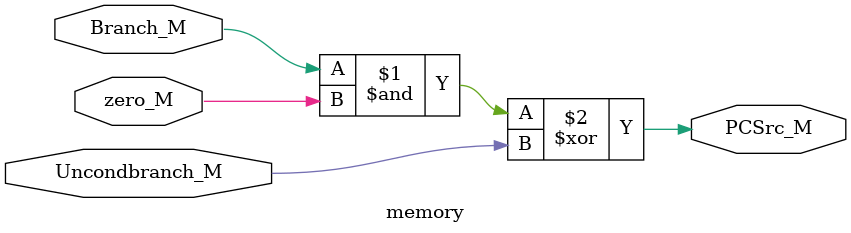
<source format=sv>

module memory (
    input  logic Branch_M, zero_M, Uncondbranch_M,
    output logic PCSrc_M
);

    assign PCSrc_M = (Branch_M & zero_M) ^ Uncondbranch_M;
    
endmodule
</source>
